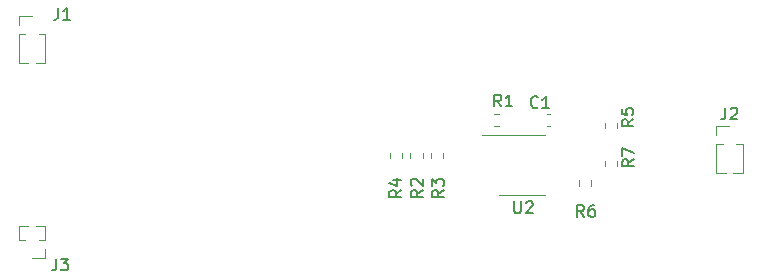
<source format=gbr>
%TF.GenerationSoftware,KiCad,Pcbnew,7.0.0-da2b9df05c~163~ubuntu22.04.1*%
%TF.CreationDate,2023-03-09T00:12:33+01:00*%
%TF.ProjectId,Boite,426f6974-652e-46b6-9963-61645f706362,rev?*%
%TF.SameCoordinates,Original*%
%TF.FileFunction,Legend,Top*%
%TF.FilePolarity,Positive*%
%FSLAX46Y46*%
G04 Gerber Fmt 4.6, Leading zero omitted, Abs format (unit mm)*
G04 Created by KiCad (PCBNEW 7.0.0-da2b9df05c~163~ubuntu22.04.1) date 2023-03-09 00:12:33*
%MOMM*%
%LPD*%
G01*
G04 APERTURE LIST*
%ADD10C,0.150000*%
%ADD11C,0.120000*%
G04 APERTURE END LIST*
D10*
%TO.C,J2*%
X111716666Y-60022380D02*
X111716666Y-60736666D01*
X111716666Y-60736666D02*
X111669047Y-60879523D01*
X111669047Y-60879523D02*
X111573809Y-60974761D01*
X111573809Y-60974761D02*
X111430952Y-61022380D01*
X111430952Y-61022380D02*
X111335714Y-61022380D01*
X112145238Y-60117619D02*
X112192857Y-60070000D01*
X112192857Y-60070000D02*
X112288095Y-60022380D01*
X112288095Y-60022380D02*
X112526190Y-60022380D01*
X112526190Y-60022380D02*
X112621428Y-60070000D01*
X112621428Y-60070000D02*
X112669047Y-60117619D01*
X112669047Y-60117619D02*
X112716666Y-60212857D01*
X112716666Y-60212857D02*
X112716666Y-60308095D01*
X112716666Y-60308095D02*
X112669047Y-60450952D01*
X112669047Y-60450952D02*
X112097619Y-61022380D01*
X112097619Y-61022380D02*
X112716666Y-61022380D01*
%TO.C,R6*%
X99733333Y-69267380D02*
X99400000Y-68791190D01*
X99161905Y-69267380D02*
X99161905Y-68267380D01*
X99161905Y-68267380D02*
X99542857Y-68267380D01*
X99542857Y-68267380D02*
X99638095Y-68315000D01*
X99638095Y-68315000D02*
X99685714Y-68362619D01*
X99685714Y-68362619D02*
X99733333Y-68457857D01*
X99733333Y-68457857D02*
X99733333Y-68600714D01*
X99733333Y-68600714D02*
X99685714Y-68695952D01*
X99685714Y-68695952D02*
X99638095Y-68743571D01*
X99638095Y-68743571D02*
X99542857Y-68791190D01*
X99542857Y-68791190D02*
X99161905Y-68791190D01*
X100590476Y-68267380D02*
X100400000Y-68267380D01*
X100400000Y-68267380D02*
X100304762Y-68315000D01*
X100304762Y-68315000D02*
X100257143Y-68362619D01*
X100257143Y-68362619D02*
X100161905Y-68505476D01*
X100161905Y-68505476D02*
X100114286Y-68695952D01*
X100114286Y-68695952D02*
X100114286Y-69076904D01*
X100114286Y-69076904D02*
X100161905Y-69172142D01*
X100161905Y-69172142D02*
X100209524Y-69219761D01*
X100209524Y-69219761D02*
X100304762Y-69267380D01*
X100304762Y-69267380D02*
X100495238Y-69267380D01*
X100495238Y-69267380D02*
X100590476Y-69219761D01*
X100590476Y-69219761D02*
X100638095Y-69172142D01*
X100638095Y-69172142D02*
X100685714Y-69076904D01*
X100685714Y-69076904D02*
X100685714Y-68838809D01*
X100685714Y-68838809D02*
X100638095Y-68743571D01*
X100638095Y-68743571D02*
X100590476Y-68695952D01*
X100590476Y-68695952D02*
X100495238Y-68648333D01*
X100495238Y-68648333D02*
X100304762Y-68648333D01*
X100304762Y-68648333D02*
X100209524Y-68695952D01*
X100209524Y-68695952D02*
X100161905Y-68743571D01*
X100161905Y-68743571D02*
X100114286Y-68838809D01*
%TO.C,C1*%
X95833333Y-59972142D02*
X95785714Y-60019761D01*
X95785714Y-60019761D02*
X95642857Y-60067380D01*
X95642857Y-60067380D02*
X95547619Y-60067380D01*
X95547619Y-60067380D02*
X95404762Y-60019761D01*
X95404762Y-60019761D02*
X95309524Y-59924523D01*
X95309524Y-59924523D02*
X95261905Y-59829285D01*
X95261905Y-59829285D02*
X95214286Y-59638809D01*
X95214286Y-59638809D02*
X95214286Y-59495952D01*
X95214286Y-59495952D02*
X95261905Y-59305476D01*
X95261905Y-59305476D02*
X95309524Y-59210238D01*
X95309524Y-59210238D02*
X95404762Y-59115000D01*
X95404762Y-59115000D02*
X95547619Y-59067380D01*
X95547619Y-59067380D02*
X95642857Y-59067380D01*
X95642857Y-59067380D02*
X95785714Y-59115000D01*
X95785714Y-59115000D02*
X95833333Y-59162619D01*
X96785714Y-60067380D02*
X96214286Y-60067380D01*
X96500000Y-60067380D02*
X96500000Y-59067380D01*
X96500000Y-59067380D02*
X96404762Y-59210238D01*
X96404762Y-59210238D02*
X96309524Y-59305476D01*
X96309524Y-59305476D02*
X96214286Y-59353095D01*
%TO.C,R5*%
X103917380Y-61016666D02*
X103441190Y-61349999D01*
X103917380Y-61588094D02*
X102917380Y-61588094D01*
X102917380Y-61588094D02*
X102917380Y-61207142D01*
X102917380Y-61207142D02*
X102965000Y-61111904D01*
X102965000Y-61111904D02*
X103012619Y-61064285D01*
X103012619Y-61064285D02*
X103107857Y-61016666D01*
X103107857Y-61016666D02*
X103250714Y-61016666D01*
X103250714Y-61016666D02*
X103345952Y-61064285D01*
X103345952Y-61064285D02*
X103393571Y-61111904D01*
X103393571Y-61111904D02*
X103441190Y-61207142D01*
X103441190Y-61207142D02*
X103441190Y-61588094D01*
X102917380Y-60111904D02*
X102917380Y-60588094D01*
X102917380Y-60588094D02*
X103393571Y-60635713D01*
X103393571Y-60635713D02*
X103345952Y-60588094D01*
X103345952Y-60588094D02*
X103298333Y-60492856D01*
X103298333Y-60492856D02*
X103298333Y-60254761D01*
X103298333Y-60254761D02*
X103345952Y-60159523D01*
X103345952Y-60159523D02*
X103393571Y-60111904D01*
X103393571Y-60111904D02*
X103488809Y-60064285D01*
X103488809Y-60064285D02*
X103726904Y-60064285D01*
X103726904Y-60064285D02*
X103822142Y-60111904D01*
X103822142Y-60111904D02*
X103869761Y-60159523D01*
X103869761Y-60159523D02*
X103917380Y-60254761D01*
X103917380Y-60254761D02*
X103917380Y-60492856D01*
X103917380Y-60492856D02*
X103869761Y-60588094D01*
X103869761Y-60588094D02*
X103822142Y-60635713D01*
%TO.C,R7*%
X103967380Y-64416666D02*
X103491190Y-64749999D01*
X103967380Y-64988094D02*
X102967380Y-64988094D01*
X102967380Y-64988094D02*
X102967380Y-64607142D01*
X102967380Y-64607142D02*
X103015000Y-64511904D01*
X103015000Y-64511904D02*
X103062619Y-64464285D01*
X103062619Y-64464285D02*
X103157857Y-64416666D01*
X103157857Y-64416666D02*
X103300714Y-64416666D01*
X103300714Y-64416666D02*
X103395952Y-64464285D01*
X103395952Y-64464285D02*
X103443571Y-64511904D01*
X103443571Y-64511904D02*
X103491190Y-64607142D01*
X103491190Y-64607142D02*
X103491190Y-64988094D01*
X102967380Y-64083332D02*
X102967380Y-63416666D01*
X102967380Y-63416666D02*
X103967380Y-63845237D01*
%TO.C,R1*%
X92733333Y-59917380D02*
X92400000Y-59441190D01*
X92161905Y-59917380D02*
X92161905Y-58917380D01*
X92161905Y-58917380D02*
X92542857Y-58917380D01*
X92542857Y-58917380D02*
X92638095Y-58965000D01*
X92638095Y-58965000D02*
X92685714Y-59012619D01*
X92685714Y-59012619D02*
X92733333Y-59107857D01*
X92733333Y-59107857D02*
X92733333Y-59250714D01*
X92733333Y-59250714D02*
X92685714Y-59345952D01*
X92685714Y-59345952D02*
X92638095Y-59393571D01*
X92638095Y-59393571D02*
X92542857Y-59441190D01*
X92542857Y-59441190D02*
X92161905Y-59441190D01*
X93685714Y-59917380D02*
X93114286Y-59917380D01*
X93400000Y-59917380D02*
X93400000Y-58917380D01*
X93400000Y-58917380D02*
X93304762Y-59060238D01*
X93304762Y-59060238D02*
X93209524Y-59155476D01*
X93209524Y-59155476D02*
X93114286Y-59203095D01*
%TO.C,J3*%
X55066666Y-72817380D02*
X55066666Y-73531666D01*
X55066666Y-73531666D02*
X55019047Y-73674523D01*
X55019047Y-73674523D02*
X54923809Y-73769761D01*
X54923809Y-73769761D02*
X54780952Y-73817380D01*
X54780952Y-73817380D02*
X54685714Y-73817380D01*
X55447619Y-72817380D02*
X56066666Y-72817380D01*
X56066666Y-72817380D02*
X55733333Y-73198333D01*
X55733333Y-73198333D02*
X55876190Y-73198333D01*
X55876190Y-73198333D02*
X55971428Y-73245952D01*
X55971428Y-73245952D02*
X56019047Y-73293571D01*
X56019047Y-73293571D02*
X56066666Y-73388809D01*
X56066666Y-73388809D02*
X56066666Y-73626904D01*
X56066666Y-73626904D02*
X56019047Y-73722142D01*
X56019047Y-73722142D02*
X55971428Y-73769761D01*
X55971428Y-73769761D02*
X55876190Y-73817380D01*
X55876190Y-73817380D02*
X55590476Y-73817380D01*
X55590476Y-73817380D02*
X55495238Y-73769761D01*
X55495238Y-73769761D02*
X55447619Y-73722142D01*
%TO.C,U2*%
X93838095Y-67967380D02*
X93838095Y-68776904D01*
X93838095Y-68776904D02*
X93885714Y-68872142D01*
X93885714Y-68872142D02*
X93933333Y-68919761D01*
X93933333Y-68919761D02*
X94028571Y-68967380D01*
X94028571Y-68967380D02*
X94219047Y-68967380D01*
X94219047Y-68967380D02*
X94314285Y-68919761D01*
X94314285Y-68919761D02*
X94361904Y-68872142D01*
X94361904Y-68872142D02*
X94409523Y-68776904D01*
X94409523Y-68776904D02*
X94409523Y-67967380D01*
X94838095Y-68062619D02*
X94885714Y-68015000D01*
X94885714Y-68015000D02*
X94980952Y-67967380D01*
X94980952Y-67967380D02*
X95219047Y-67967380D01*
X95219047Y-67967380D02*
X95314285Y-68015000D01*
X95314285Y-68015000D02*
X95361904Y-68062619D01*
X95361904Y-68062619D02*
X95409523Y-68157857D01*
X95409523Y-68157857D02*
X95409523Y-68253095D01*
X95409523Y-68253095D02*
X95361904Y-68395952D01*
X95361904Y-68395952D02*
X94790476Y-68967380D01*
X94790476Y-68967380D02*
X95409523Y-68967380D01*
%TO.C,J1*%
X55216666Y-51567380D02*
X55216666Y-52281666D01*
X55216666Y-52281666D02*
X55169047Y-52424523D01*
X55169047Y-52424523D02*
X55073809Y-52519761D01*
X55073809Y-52519761D02*
X54930952Y-52567380D01*
X54930952Y-52567380D02*
X54835714Y-52567380D01*
X56216666Y-52567380D02*
X55645238Y-52567380D01*
X55930952Y-52567380D02*
X55930952Y-51567380D01*
X55930952Y-51567380D02*
X55835714Y-51710238D01*
X55835714Y-51710238D02*
X55740476Y-51805476D01*
X55740476Y-51805476D02*
X55645238Y-51853095D01*
%TO.C,R4*%
X84267380Y-67016666D02*
X83791190Y-67349999D01*
X84267380Y-67588094D02*
X83267380Y-67588094D01*
X83267380Y-67588094D02*
X83267380Y-67207142D01*
X83267380Y-67207142D02*
X83315000Y-67111904D01*
X83315000Y-67111904D02*
X83362619Y-67064285D01*
X83362619Y-67064285D02*
X83457857Y-67016666D01*
X83457857Y-67016666D02*
X83600714Y-67016666D01*
X83600714Y-67016666D02*
X83695952Y-67064285D01*
X83695952Y-67064285D02*
X83743571Y-67111904D01*
X83743571Y-67111904D02*
X83791190Y-67207142D01*
X83791190Y-67207142D02*
X83791190Y-67588094D01*
X83600714Y-66159523D02*
X84267380Y-66159523D01*
X83219761Y-66397618D02*
X83934047Y-66635713D01*
X83934047Y-66635713D02*
X83934047Y-66016666D01*
%TO.C,R3*%
X87867380Y-67016666D02*
X87391190Y-67349999D01*
X87867380Y-67588094D02*
X86867380Y-67588094D01*
X86867380Y-67588094D02*
X86867380Y-67207142D01*
X86867380Y-67207142D02*
X86915000Y-67111904D01*
X86915000Y-67111904D02*
X86962619Y-67064285D01*
X86962619Y-67064285D02*
X87057857Y-67016666D01*
X87057857Y-67016666D02*
X87200714Y-67016666D01*
X87200714Y-67016666D02*
X87295952Y-67064285D01*
X87295952Y-67064285D02*
X87343571Y-67111904D01*
X87343571Y-67111904D02*
X87391190Y-67207142D01*
X87391190Y-67207142D02*
X87391190Y-67588094D01*
X86867380Y-66683332D02*
X86867380Y-66064285D01*
X86867380Y-66064285D02*
X87248333Y-66397618D01*
X87248333Y-66397618D02*
X87248333Y-66254761D01*
X87248333Y-66254761D02*
X87295952Y-66159523D01*
X87295952Y-66159523D02*
X87343571Y-66111904D01*
X87343571Y-66111904D02*
X87438809Y-66064285D01*
X87438809Y-66064285D02*
X87676904Y-66064285D01*
X87676904Y-66064285D02*
X87772142Y-66111904D01*
X87772142Y-66111904D02*
X87819761Y-66159523D01*
X87819761Y-66159523D02*
X87867380Y-66254761D01*
X87867380Y-66254761D02*
X87867380Y-66540475D01*
X87867380Y-66540475D02*
X87819761Y-66635713D01*
X87819761Y-66635713D02*
X87772142Y-66683332D01*
%TO.C,R2*%
X86067380Y-67016666D02*
X85591190Y-67349999D01*
X86067380Y-67588094D02*
X85067380Y-67588094D01*
X85067380Y-67588094D02*
X85067380Y-67207142D01*
X85067380Y-67207142D02*
X85115000Y-67111904D01*
X85115000Y-67111904D02*
X85162619Y-67064285D01*
X85162619Y-67064285D02*
X85257857Y-67016666D01*
X85257857Y-67016666D02*
X85400714Y-67016666D01*
X85400714Y-67016666D02*
X85495952Y-67064285D01*
X85495952Y-67064285D02*
X85543571Y-67111904D01*
X85543571Y-67111904D02*
X85591190Y-67207142D01*
X85591190Y-67207142D02*
X85591190Y-67588094D01*
X85162619Y-66635713D02*
X85115000Y-66588094D01*
X85115000Y-66588094D02*
X85067380Y-66492856D01*
X85067380Y-66492856D02*
X85067380Y-66254761D01*
X85067380Y-66254761D02*
X85115000Y-66159523D01*
X85115000Y-66159523D02*
X85162619Y-66111904D01*
X85162619Y-66111904D02*
X85257857Y-66064285D01*
X85257857Y-66064285D02*
X85353095Y-66064285D01*
X85353095Y-66064285D02*
X85495952Y-66111904D01*
X85495952Y-66111904D02*
X86067380Y-66683332D01*
X86067380Y-66683332D02*
X86067380Y-66064285D01*
D11*
%TO.C,J2*%
X110940000Y-61590000D02*
X112050000Y-61590000D01*
X110940000Y-62350000D02*
X110940000Y-61590000D01*
X110940000Y-63110000D02*
X110940000Y-65585000D01*
X110940000Y-63110000D02*
X111486529Y-63110000D01*
X110940000Y-65585000D02*
X111742470Y-65585000D01*
X112357530Y-65585000D02*
X113160000Y-65585000D01*
X112613471Y-63110000D02*
X113160000Y-63110000D01*
X113160000Y-63110000D02*
X113160000Y-65585000D01*
%TO.C,R6*%
X99277500Y-66187742D02*
X99277500Y-66662258D01*
X100322500Y-66187742D02*
X100322500Y-66662258D01*
%TO.C,C1*%
X96865580Y-61610000D02*
X96584420Y-61610000D01*
X96865580Y-60590000D02*
X96584420Y-60590000D01*
%TO.C,R5*%
X101477500Y-61287742D02*
X101477500Y-61762258D01*
X102522500Y-61287742D02*
X102522500Y-61762258D01*
%TO.C,R7*%
X102522500Y-65012258D02*
X102522500Y-64537742D01*
X101477500Y-65012258D02*
X101477500Y-64537742D01*
%TO.C,R1*%
X92562258Y-61622500D02*
X92087742Y-61622500D01*
X92562258Y-60577500D02*
X92087742Y-60577500D01*
%TO.C,J3*%
X54110000Y-72760000D02*
X53000000Y-72760000D01*
X54110000Y-72000000D02*
X54110000Y-72760000D01*
X54110000Y-71240000D02*
X54110000Y-70035000D01*
X54110000Y-71240000D02*
X53563471Y-71240000D01*
X54110000Y-70035000D02*
X53307530Y-70035000D01*
X52692470Y-70035000D02*
X51890000Y-70035000D01*
X52436529Y-71240000D02*
X51890000Y-71240000D01*
X51890000Y-71240000D02*
X51890000Y-70035000D01*
%TO.C,U2*%
X94525000Y-62345000D02*
X91075000Y-62345000D01*
X94525000Y-62345000D02*
X96475000Y-62345000D01*
X94525000Y-67465000D02*
X92575000Y-67465000D01*
X94525000Y-67465000D02*
X96475000Y-67465000D01*
%TO.C,J1*%
X51890000Y-52240000D02*
X53000000Y-52240000D01*
X51890000Y-53000000D02*
X51890000Y-52240000D01*
X51890000Y-53760000D02*
X51890000Y-56235000D01*
X51890000Y-53760000D02*
X52436529Y-53760000D01*
X51890000Y-56235000D02*
X52692470Y-56235000D01*
X53307530Y-56235000D02*
X54110000Y-56235000D01*
X53563471Y-53760000D02*
X54110000Y-53760000D01*
X54110000Y-53760000D02*
X54110000Y-56235000D01*
%TO.C,R4*%
X84322500Y-63847742D02*
X84322500Y-64322258D01*
X83277500Y-63847742D02*
X83277500Y-64322258D01*
%TO.C,R3*%
X87822500Y-63847742D02*
X87822500Y-64322258D01*
X86777500Y-63847742D02*
X86777500Y-64322258D01*
%TO.C,R2*%
X86072500Y-63847742D02*
X86072500Y-64322258D01*
X85027500Y-63847742D02*
X85027500Y-64322258D01*
%TD*%
M02*

</source>
